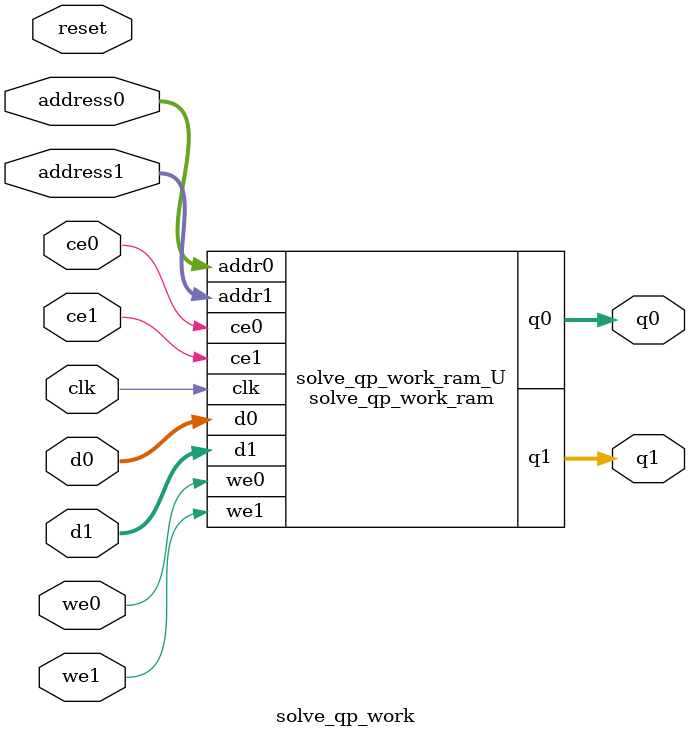
<source format=v>
`timescale 1 ns / 1 ps
module solve_qp_work_ram (addr0, ce0, d0, we0, q0, addr1, ce1, d1, we1, q1,  clk);

parameter DWIDTH = 32;
parameter AWIDTH = 5;
parameter MEM_SIZE = 24;

input[AWIDTH-1:0] addr0;
input ce0;
input[DWIDTH-1:0] d0;
input we0;
output reg[DWIDTH-1:0] q0;
input[AWIDTH-1:0] addr1;
input ce1;
input[DWIDTH-1:0] d1;
input we1;
output reg[DWIDTH-1:0] q1;
input clk;

(* ram_style = "block" *)reg [DWIDTH-1:0] ram[0:MEM_SIZE-1];




always @(posedge clk)  
begin 
    if (ce0) 
    begin
        if (we0) 
        begin 
            ram[addr0] <= d0; 
        end 
        q0 <= ram[addr0];
    end
end


always @(posedge clk)  
begin 
    if (ce1) 
    begin
        if (we1) 
        begin 
            ram[addr1] <= d1; 
        end 
        q1 <= ram[addr1];
    end
end


endmodule

`timescale 1 ns / 1 ps
module solve_qp_work(
    reset,
    clk,
    address0,
    ce0,
    we0,
    d0,
    q0,
    address1,
    ce1,
    we1,
    d1,
    q1);

parameter DataWidth = 32'd32;
parameter AddressRange = 32'd24;
parameter AddressWidth = 32'd5;
input reset;
input clk;
input[AddressWidth - 1:0] address0;
input ce0;
input we0;
input[DataWidth - 1:0] d0;
output[DataWidth - 1:0] q0;
input[AddressWidth - 1:0] address1;
input ce1;
input we1;
input[DataWidth - 1:0] d1;
output[DataWidth - 1:0] q1;



solve_qp_work_ram solve_qp_work_ram_U(
    .clk( clk ),
    .addr0( address0 ),
    .ce0( ce0 ),
    .we0( we0 ),
    .d0( d0 ),
    .q0( q0 ),
    .addr1( address1 ),
    .ce1( ce1 ),
    .we1( we1 ),
    .d1( d1 ),
    .q1( q1 ));

endmodule


</source>
